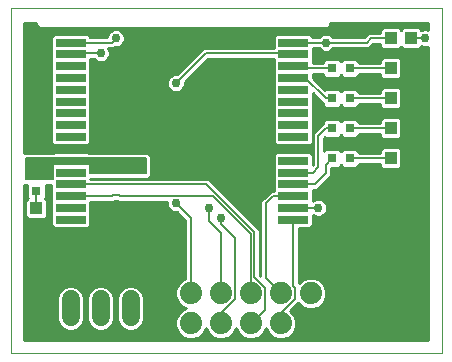
<source format=gtl>
G75*
%MOIN*%
%OFA0B0*%
%FSLAX25Y25*%
%IPPOS*%
%LPD*%
%AMOC8*
5,1,8,0,0,1.08239X$1,22.5*
%
%ADD10C,0.00000*%
%ADD11R,0.10000X0.02559*%
%ADD12R,0.03937X0.04331*%
%ADD13R,0.03150X0.03150*%
%ADD14R,0.04331X0.03937*%
%ADD15C,0.07400*%
%ADD16C,0.06000*%
%ADD17C,0.01000*%
%ADD18C,0.00600*%
%ADD19C,0.02978*%
D10*
X0001500Y0030494D02*
X0001500Y0145455D01*
X0145201Y0145455D01*
X0145201Y0030494D01*
X0001500Y0030494D01*
D11*
X0021500Y0075022D03*
X0021500Y0078959D03*
X0021500Y0082896D03*
X0021500Y0086833D03*
X0021500Y0090770D03*
X0021500Y0094707D03*
X0021500Y0098644D03*
X0021500Y0102581D03*
X0021500Y0106518D03*
X0021500Y0110455D03*
X0021500Y0114392D03*
X0021500Y0118329D03*
X0021500Y0122266D03*
X0021500Y0126203D03*
X0021500Y0130140D03*
X0021500Y0134077D03*
X0021500Y0138014D03*
X0095673Y0138014D03*
X0095673Y0134077D03*
X0095673Y0130140D03*
X0095673Y0126203D03*
X0095673Y0122266D03*
X0095673Y0118329D03*
X0095673Y0114392D03*
X0095673Y0110455D03*
X0095673Y0106518D03*
X0095673Y0102581D03*
X0095673Y0098644D03*
X0095673Y0094707D03*
X0095673Y0090770D03*
X0095673Y0086833D03*
X0095673Y0082896D03*
X0095673Y0078959D03*
X0095673Y0075022D03*
D12*
X0128154Y0095494D03*
X0134846Y0095494D03*
X0134846Y0105494D03*
X0128154Y0105494D03*
X0128154Y0115494D03*
X0134846Y0115494D03*
X0134846Y0125494D03*
X0128154Y0125494D03*
X0128154Y0135494D03*
X0134846Y0135494D03*
D13*
X0114453Y0125494D03*
X0108547Y0125494D03*
X0108547Y0115494D03*
X0114453Y0115494D03*
X0114453Y0105494D03*
X0108547Y0105494D03*
X0108547Y0095494D03*
X0114453Y0095494D03*
X0010000Y0090447D03*
X0010000Y0084542D03*
D14*
X0010000Y0078841D03*
X0010000Y0072148D03*
D15*
X0061500Y0050494D03*
X0061500Y0040494D03*
X0071500Y0040494D03*
X0071500Y0050494D03*
X0081500Y0050494D03*
X0081500Y0040494D03*
X0091500Y0040494D03*
X0091500Y0050494D03*
X0101500Y0050494D03*
X0101500Y0040494D03*
D16*
X0041500Y0042494D02*
X0041500Y0048494D01*
X0031500Y0048494D02*
X0031500Y0042494D01*
X0021500Y0042494D02*
X0021500Y0048494D01*
X0011500Y0048494D02*
X0011500Y0042494D01*
D17*
X0006000Y0042477D02*
X0017000Y0042477D01*
X0017000Y0041599D02*
X0017685Y0039945D01*
X0018951Y0038680D01*
X0020605Y0037994D01*
X0022395Y0037994D01*
X0024049Y0038680D01*
X0025315Y0039945D01*
X0026000Y0041599D01*
X0026000Y0049390D01*
X0025315Y0051044D01*
X0024049Y0052309D01*
X0022395Y0052994D01*
X0020605Y0052994D01*
X0018951Y0052309D01*
X0017685Y0051044D01*
X0017000Y0049390D01*
X0017000Y0041599D01*
X0017050Y0041478D02*
X0006000Y0041478D01*
X0006000Y0040480D02*
X0017464Y0040480D01*
X0018149Y0039481D02*
X0006000Y0039481D01*
X0006000Y0038483D02*
X0019427Y0038483D01*
X0023573Y0038483D02*
X0029427Y0038483D01*
X0028951Y0038680D02*
X0030605Y0037994D01*
X0032395Y0037994D01*
X0034049Y0038680D01*
X0035315Y0039945D01*
X0036000Y0041599D01*
X0036000Y0049390D01*
X0035315Y0051044D01*
X0034049Y0052309D01*
X0032395Y0052994D01*
X0030605Y0052994D01*
X0028951Y0052309D01*
X0027685Y0051044D01*
X0027000Y0049390D01*
X0027000Y0041599D01*
X0027685Y0039945D01*
X0028951Y0038680D01*
X0028149Y0039481D02*
X0024851Y0039481D01*
X0025536Y0040480D02*
X0027464Y0040480D01*
X0027050Y0041478D02*
X0025950Y0041478D01*
X0026000Y0042477D02*
X0027000Y0042477D01*
X0027000Y0043475D02*
X0026000Y0043475D01*
X0026000Y0044474D02*
X0027000Y0044474D01*
X0027000Y0045472D02*
X0026000Y0045472D01*
X0026000Y0046471D02*
X0027000Y0046471D01*
X0027000Y0047469D02*
X0026000Y0047469D01*
X0026000Y0048468D02*
X0027000Y0048468D01*
X0027032Y0049466D02*
X0025968Y0049466D01*
X0025555Y0050465D02*
X0027445Y0050465D01*
X0028105Y0051463D02*
X0024895Y0051463D01*
X0023681Y0052462D02*
X0029319Y0052462D01*
X0033681Y0052462D02*
X0039319Y0052462D01*
X0038951Y0052309D02*
X0037685Y0051044D01*
X0037000Y0049390D01*
X0037000Y0041599D01*
X0037685Y0039945D01*
X0038951Y0038680D01*
X0040605Y0037994D01*
X0042395Y0037994D01*
X0044049Y0038680D01*
X0045315Y0039945D01*
X0046000Y0041599D01*
X0046000Y0049390D01*
X0045315Y0051044D01*
X0044049Y0052309D01*
X0042395Y0052994D01*
X0040605Y0052994D01*
X0038951Y0052309D01*
X0038105Y0051463D02*
X0034895Y0051463D01*
X0035555Y0050465D02*
X0037445Y0050465D01*
X0037032Y0049466D02*
X0035968Y0049466D01*
X0036000Y0048468D02*
X0037000Y0048468D01*
X0037000Y0047469D02*
X0036000Y0047469D01*
X0036000Y0046471D02*
X0037000Y0046471D01*
X0037000Y0045472D02*
X0036000Y0045472D01*
X0036000Y0044474D02*
X0037000Y0044474D01*
X0037000Y0043475D02*
X0036000Y0043475D01*
X0036000Y0042477D02*
X0037000Y0042477D01*
X0037050Y0041478D02*
X0035950Y0041478D01*
X0035536Y0040480D02*
X0037464Y0040480D01*
X0038149Y0039481D02*
X0034851Y0039481D01*
X0033573Y0038483D02*
X0039427Y0038483D01*
X0043573Y0038483D02*
X0056705Y0038483D01*
X0057092Y0037549D02*
X0058554Y0036086D01*
X0060466Y0035294D01*
X0062534Y0035294D01*
X0064446Y0036086D01*
X0065908Y0037549D01*
X0066500Y0038977D01*
X0067092Y0037549D01*
X0068554Y0036086D01*
X0070466Y0035294D01*
X0072534Y0035294D01*
X0074446Y0036086D01*
X0075908Y0037549D01*
X0076500Y0038977D01*
X0077092Y0037549D01*
X0078554Y0036086D01*
X0080466Y0035294D01*
X0082534Y0035294D01*
X0084446Y0036086D01*
X0085908Y0037549D01*
X0086500Y0038977D01*
X0087092Y0037549D01*
X0088554Y0036086D01*
X0090466Y0035294D01*
X0092534Y0035294D01*
X0094446Y0036086D01*
X0095908Y0037549D01*
X0096700Y0039460D01*
X0096700Y0041529D01*
X0095908Y0043440D01*
X0094702Y0044646D01*
X0097349Y0047292D01*
X0098554Y0046086D01*
X0100466Y0045294D01*
X0102534Y0045294D01*
X0104446Y0046086D01*
X0105908Y0047549D01*
X0106700Y0049460D01*
X0106700Y0051529D01*
X0105908Y0053440D01*
X0104446Y0054903D01*
X0102534Y0055694D01*
X0100466Y0055694D01*
X0098554Y0054903D01*
X0097473Y0053822D01*
X0097473Y0072243D01*
X0101295Y0072243D01*
X0102173Y0073121D01*
X0102173Y0076594D01*
X0102307Y0076461D01*
X0103405Y0076006D01*
X0104595Y0076006D01*
X0105693Y0076461D01*
X0106534Y0077301D01*
X0106989Y0078400D01*
X0106989Y0079589D01*
X0106534Y0080688D01*
X0105693Y0081528D01*
X0104595Y0081983D01*
X0103405Y0081983D01*
X0102307Y0081528D01*
X0102173Y0081395D01*
X0102173Y0084797D01*
X0102106Y0084865D01*
X0102173Y0084932D01*
X0102173Y0085033D01*
X0103584Y0085033D01*
X0107246Y0088694D01*
X0108300Y0089749D01*
X0108300Y0092420D01*
X0110743Y0092420D01*
X0111500Y0093176D01*
X0112257Y0092420D01*
X0116649Y0092420D01*
X0117528Y0093298D01*
X0117528Y0093694D01*
X0124685Y0093694D01*
X0124685Y0092708D01*
X0125564Y0091829D01*
X0130743Y0091829D01*
X0131622Y0092708D01*
X0131622Y0098281D01*
X0130743Y0099160D01*
X0125564Y0099160D01*
X0124685Y0098281D01*
X0124685Y0097294D01*
X0117528Y0097294D01*
X0117528Y0097691D01*
X0116649Y0098569D01*
X0112257Y0098569D01*
X0111500Y0097813D01*
X0110743Y0098569D01*
X0106351Y0098569D01*
X0105800Y0098018D01*
X0105800Y0102249D01*
X0106161Y0102610D01*
X0106351Y0102420D01*
X0110743Y0102420D01*
X0111500Y0103176D01*
X0112257Y0102420D01*
X0116649Y0102420D01*
X0117528Y0103298D01*
X0117528Y0103694D01*
X0124685Y0103694D01*
X0124685Y0102708D01*
X0125564Y0101829D01*
X0130743Y0101829D01*
X0131622Y0102708D01*
X0131622Y0108281D01*
X0130743Y0109160D01*
X0125564Y0109160D01*
X0124685Y0108281D01*
X0124685Y0107294D01*
X0117528Y0107294D01*
X0117528Y0107691D01*
X0116649Y0108569D01*
X0112257Y0108569D01*
X0111500Y0107813D01*
X0110743Y0108569D01*
X0106351Y0108569D01*
X0105472Y0107691D01*
X0105472Y0107013D01*
X0104700Y0106240D01*
X0102200Y0103740D01*
X0102200Y0093240D01*
X0102173Y0093213D01*
X0102173Y0096608D01*
X0101295Y0097487D01*
X0090052Y0097487D01*
X0089173Y0096608D01*
X0089173Y0092806D01*
X0089241Y0092739D01*
X0089173Y0092671D01*
X0089173Y0088869D01*
X0089241Y0088802D01*
X0089173Y0088734D01*
X0089173Y0084932D01*
X0089241Y0084865D01*
X0089173Y0084797D01*
X0089173Y0084696D01*
X0088156Y0084696D01*
X0085754Y0082294D01*
X0084700Y0081240D01*
X0084700Y0056345D01*
X0084500Y0056545D01*
X0084500Y0071545D01*
X0067412Y0088633D01*
X0028000Y0088633D01*
X0028000Y0088694D01*
X0047246Y0088694D01*
X0048300Y0089749D01*
X0048300Y0096240D01*
X0047246Y0097294D01*
X0027313Y0097294D01*
X0027121Y0097487D01*
X0015879Y0097487D01*
X0015687Y0097294D01*
X0006000Y0097294D01*
X0006000Y0140494D01*
X0010000Y0140494D01*
X0010000Y0139873D01*
X0010879Y0138994D01*
X0107121Y0138994D01*
X0108000Y0139873D01*
X0108000Y0140494D01*
X0140701Y0140494D01*
X0140701Y0138320D01*
X0140306Y0138483D01*
X0139117Y0138483D01*
X0138315Y0138151D01*
X0138315Y0138281D01*
X0137436Y0139160D01*
X0132257Y0139160D01*
X0131500Y0138403D01*
X0130743Y0139160D01*
X0125564Y0139160D01*
X0124685Y0138281D01*
X0124685Y0137294D01*
X0120754Y0137294D01*
X0119700Y0136240D01*
X0119337Y0135877D01*
X0108927Y0135877D01*
X0108193Y0136611D01*
X0107095Y0137066D01*
X0105905Y0137066D01*
X0104807Y0136611D01*
X0104073Y0135877D01*
X0102173Y0135877D01*
X0102173Y0135978D01*
X0101295Y0136857D01*
X0090052Y0136857D01*
X0089173Y0135978D01*
X0089173Y0132294D01*
X0065754Y0132294D01*
X0064700Y0131240D01*
X0056943Y0123483D01*
X0055905Y0123483D01*
X0054807Y0123028D01*
X0053966Y0122188D01*
X0053511Y0121089D01*
X0053511Y0119900D01*
X0053966Y0118801D01*
X0054807Y0117961D01*
X0055905Y0117506D01*
X0057095Y0117506D01*
X0058193Y0117961D01*
X0059034Y0118801D01*
X0059489Y0119900D01*
X0059489Y0120938D01*
X0067246Y0128694D01*
X0089173Y0128694D01*
X0089173Y0128239D01*
X0089241Y0128172D01*
X0089173Y0128104D01*
X0089173Y0124302D01*
X0089241Y0124235D01*
X0089173Y0124167D01*
X0089173Y0120365D01*
X0089241Y0120298D01*
X0089173Y0120230D01*
X0089173Y0116428D01*
X0089241Y0116361D01*
X0089173Y0116293D01*
X0089173Y0112491D01*
X0089241Y0112424D01*
X0089173Y0112356D01*
X0089173Y0108554D01*
X0089241Y0108487D01*
X0089173Y0108419D01*
X0089173Y0104617D01*
X0089241Y0104550D01*
X0089173Y0104482D01*
X0089173Y0100680D01*
X0090052Y0099802D01*
X0101295Y0099802D01*
X0102173Y0100680D01*
X0102173Y0104482D01*
X0102106Y0104550D01*
X0102173Y0104617D01*
X0102173Y0108419D01*
X0102106Y0108487D01*
X0102173Y0108554D01*
X0102173Y0112356D01*
X0102106Y0112424D01*
X0102173Y0112491D01*
X0102173Y0116293D01*
X0102106Y0116361D01*
X0102173Y0116428D01*
X0102173Y0117276D01*
X0104700Y0114749D01*
X0105472Y0113976D01*
X0105472Y0113298D01*
X0106351Y0112420D01*
X0110743Y0112420D01*
X0111500Y0113176D01*
X0112257Y0112420D01*
X0116649Y0112420D01*
X0117528Y0113298D01*
X0117528Y0113694D01*
X0124685Y0113694D01*
X0124685Y0112708D01*
X0125564Y0111829D01*
X0130743Y0111829D01*
X0131622Y0112708D01*
X0131622Y0118281D01*
X0130743Y0119160D01*
X0125564Y0119160D01*
X0124685Y0118281D01*
X0124685Y0117294D01*
X0117528Y0117294D01*
X0117528Y0117691D01*
X0116649Y0118569D01*
X0112257Y0118569D01*
X0111500Y0117813D01*
X0110743Y0118569D01*
X0106351Y0118569D01*
X0106161Y0118379D01*
X0102173Y0122367D01*
X0102173Y0123694D01*
X0105472Y0123694D01*
X0105472Y0123298D01*
X0106351Y0122420D01*
X0110743Y0122420D01*
X0111500Y0123176D01*
X0112257Y0122420D01*
X0116649Y0122420D01*
X0117528Y0123298D01*
X0117528Y0123694D01*
X0124685Y0123694D01*
X0124685Y0122708D01*
X0125564Y0121829D01*
X0130743Y0121829D01*
X0131622Y0122708D01*
X0131622Y0128281D01*
X0130743Y0129160D01*
X0125564Y0129160D01*
X0124685Y0128281D01*
X0124685Y0127294D01*
X0117528Y0127294D01*
X0117528Y0127691D01*
X0116649Y0128569D01*
X0112257Y0128569D01*
X0111500Y0127813D01*
X0110743Y0128569D01*
X0106351Y0128569D01*
X0105472Y0127691D01*
X0105472Y0127294D01*
X0102173Y0127294D01*
X0102173Y0128104D01*
X0102106Y0128172D01*
X0102173Y0128239D01*
X0102173Y0132041D01*
X0102106Y0132109D01*
X0102173Y0132176D01*
X0102173Y0132277D01*
X0104073Y0132277D01*
X0104807Y0131543D01*
X0105905Y0131088D01*
X0107095Y0131088D01*
X0108193Y0131543D01*
X0108927Y0132277D01*
X0120828Y0132277D01*
X0122246Y0133694D01*
X0124685Y0133694D01*
X0124685Y0132708D01*
X0125564Y0131829D01*
X0130743Y0131829D01*
X0131500Y0132586D01*
X0132257Y0131829D01*
X0137436Y0131829D01*
X0138315Y0132708D01*
X0138315Y0132838D01*
X0139117Y0132506D01*
X0140306Y0132506D01*
X0140701Y0132669D01*
X0140701Y0034994D01*
X0006000Y0034994D01*
X0006000Y0086694D01*
X0006925Y0086694D01*
X0006925Y0082346D01*
X0007087Y0082183D01*
X0006335Y0081431D01*
X0006335Y0076251D01*
X0007213Y0075372D01*
X0012787Y0075372D01*
X0013665Y0076251D01*
X0013665Y0081431D01*
X0012913Y0082183D01*
X0013075Y0082346D01*
X0013075Y0086694D01*
X0015000Y0086694D01*
X0015000Y0084932D01*
X0015068Y0084865D01*
X0015000Y0084797D01*
X0015000Y0080995D01*
X0015068Y0080928D01*
X0015000Y0080860D01*
X0015000Y0077058D01*
X0015068Y0076991D01*
X0015000Y0076923D01*
X0015000Y0073121D01*
X0015879Y0072243D01*
X0027121Y0072243D01*
X0028000Y0073121D01*
X0028000Y0076923D01*
X0027932Y0076991D01*
X0028000Y0077058D01*
X0028000Y0080860D01*
X0027932Y0080928D01*
X0028000Y0080995D01*
X0028000Y0081096D01*
X0035899Y0081096D01*
X0036148Y0081344D01*
X0036852Y0081344D01*
X0037101Y0081096D01*
X0053514Y0081096D01*
X0053511Y0081089D01*
X0053511Y0079900D01*
X0053966Y0078801D01*
X0054807Y0077961D01*
X0055905Y0077506D01*
X0056943Y0077506D01*
X0059700Y0074749D01*
X0059700Y0055377D01*
X0058554Y0054903D01*
X0057092Y0053440D01*
X0056300Y0051529D01*
X0056300Y0049460D01*
X0057092Y0047549D01*
X0058554Y0046086D01*
X0059983Y0045494D01*
X0058554Y0044903D01*
X0057092Y0043440D01*
X0056300Y0041529D01*
X0056300Y0039460D01*
X0057092Y0037549D01*
X0057156Y0037484D02*
X0006000Y0037484D01*
X0006000Y0036486D02*
X0058155Y0036486D01*
X0060001Y0035487D02*
X0006000Y0035487D01*
X0006000Y0043475D02*
X0017000Y0043475D01*
X0017000Y0044474D02*
X0006000Y0044474D01*
X0006000Y0045472D02*
X0017000Y0045472D01*
X0017000Y0046471D02*
X0006000Y0046471D01*
X0006000Y0047469D02*
X0017000Y0047469D01*
X0017000Y0048468D02*
X0006000Y0048468D01*
X0006000Y0049466D02*
X0017032Y0049466D01*
X0017445Y0050465D02*
X0006000Y0050465D01*
X0006000Y0051463D02*
X0018105Y0051463D01*
X0019319Y0052462D02*
X0006000Y0052462D01*
X0006000Y0053460D02*
X0057112Y0053460D01*
X0056686Y0052462D02*
X0043681Y0052462D01*
X0044895Y0051463D02*
X0056300Y0051463D01*
X0056300Y0050465D02*
X0045555Y0050465D01*
X0045968Y0049466D02*
X0056300Y0049466D01*
X0056711Y0048468D02*
X0046000Y0048468D01*
X0046000Y0047469D02*
X0057171Y0047469D01*
X0058170Y0046471D02*
X0046000Y0046471D01*
X0046000Y0045472D02*
X0059929Y0045472D01*
X0058125Y0044474D02*
X0046000Y0044474D01*
X0046000Y0043475D02*
X0057127Y0043475D01*
X0056693Y0042477D02*
X0046000Y0042477D01*
X0045950Y0041478D02*
X0056300Y0041478D01*
X0056300Y0040480D02*
X0045536Y0040480D01*
X0044851Y0039481D02*
X0056300Y0039481D01*
X0062999Y0035487D02*
X0070001Y0035487D01*
X0068155Y0036486D02*
X0064845Y0036486D01*
X0065843Y0037484D02*
X0067156Y0037484D01*
X0066705Y0038483D02*
X0066295Y0038483D01*
X0072999Y0035487D02*
X0080001Y0035487D01*
X0078155Y0036486D02*
X0074845Y0036486D01*
X0075843Y0037484D02*
X0077156Y0037484D01*
X0076705Y0038483D02*
X0076295Y0038483D01*
X0082999Y0035487D02*
X0090001Y0035487D01*
X0088155Y0036486D02*
X0084845Y0036486D01*
X0085843Y0037484D02*
X0087156Y0037484D01*
X0086705Y0038483D02*
X0086295Y0038483D01*
X0092999Y0035487D02*
X0140701Y0035487D01*
X0140701Y0036486D02*
X0094845Y0036486D01*
X0095843Y0037484D02*
X0140701Y0037484D01*
X0140701Y0038483D02*
X0096295Y0038483D01*
X0096700Y0039481D02*
X0140701Y0039481D01*
X0140701Y0040480D02*
X0096700Y0040480D01*
X0096700Y0041478D02*
X0140701Y0041478D01*
X0140701Y0042477D02*
X0096307Y0042477D01*
X0095873Y0043475D02*
X0140701Y0043475D01*
X0140701Y0044474D02*
X0094875Y0044474D01*
X0095529Y0045472D02*
X0100037Y0045472D01*
X0098170Y0046471D02*
X0096527Y0046471D01*
X0102963Y0045472D02*
X0140701Y0045472D01*
X0140701Y0046471D02*
X0104830Y0046471D01*
X0105829Y0047469D02*
X0140701Y0047469D01*
X0140701Y0048468D02*
X0106289Y0048468D01*
X0106700Y0049466D02*
X0140701Y0049466D01*
X0140701Y0050465D02*
X0106700Y0050465D01*
X0106700Y0051463D02*
X0140701Y0051463D01*
X0140701Y0052462D02*
X0106314Y0052462D01*
X0105888Y0053460D02*
X0140701Y0053460D01*
X0140701Y0054459D02*
X0104890Y0054459D01*
X0103107Y0055457D02*
X0140701Y0055457D01*
X0140701Y0056456D02*
X0097473Y0056456D01*
X0097473Y0057454D02*
X0140701Y0057454D01*
X0140701Y0058453D02*
X0097473Y0058453D01*
X0097473Y0059451D02*
X0140701Y0059451D01*
X0140701Y0060450D02*
X0097473Y0060450D01*
X0097473Y0061448D02*
X0140701Y0061448D01*
X0140701Y0062447D02*
X0097473Y0062447D01*
X0097473Y0063445D02*
X0140701Y0063445D01*
X0140701Y0064444D02*
X0097473Y0064444D01*
X0097473Y0065442D02*
X0140701Y0065442D01*
X0140701Y0066441D02*
X0097473Y0066441D01*
X0097473Y0067439D02*
X0140701Y0067439D01*
X0140701Y0068438D02*
X0097473Y0068438D01*
X0097473Y0069436D02*
X0140701Y0069436D01*
X0140701Y0070435D02*
X0097473Y0070435D01*
X0097473Y0071433D02*
X0140701Y0071433D01*
X0140701Y0072432D02*
X0101484Y0072432D01*
X0102173Y0073430D02*
X0140701Y0073430D01*
X0140701Y0074429D02*
X0102173Y0074429D01*
X0102173Y0075427D02*
X0140701Y0075427D01*
X0140701Y0076426D02*
X0105610Y0076426D01*
X0106585Y0077425D02*
X0140701Y0077425D01*
X0140701Y0078423D02*
X0106989Y0078423D01*
X0106989Y0079422D02*
X0140701Y0079422D01*
X0140701Y0080420D02*
X0106645Y0080420D01*
X0105803Y0081419D02*
X0140701Y0081419D01*
X0140701Y0082417D02*
X0102173Y0082417D01*
X0102173Y0081419D02*
X0102197Y0081419D01*
X0102173Y0083416D02*
X0140701Y0083416D01*
X0140701Y0084414D02*
X0102173Y0084414D01*
X0103964Y0085413D02*
X0140701Y0085413D01*
X0140701Y0086411D02*
X0104962Y0086411D01*
X0105961Y0087410D02*
X0140701Y0087410D01*
X0140701Y0088408D02*
X0106959Y0088408D01*
X0107958Y0089407D02*
X0140701Y0089407D01*
X0140701Y0090405D02*
X0108300Y0090405D01*
X0108300Y0091404D02*
X0140701Y0091404D01*
X0140701Y0092402D02*
X0131316Y0092402D01*
X0131622Y0093401D02*
X0140701Y0093401D01*
X0140701Y0094399D02*
X0131622Y0094399D01*
X0131622Y0095398D02*
X0140701Y0095398D01*
X0140701Y0096396D02*
X0131622Y0096396D01*
X0131622Y0097395D02*
X0140701Y0097395D01*
X0140701Y0098393D02*
X0131510Y0098393D01*
X0131302Y0102387D02*
X0140701Y0102387D01*
X0140701Y0101389D02*
X0105800Y0101389D01*
X0105800Y0100390D02*
X0140701Y0100390D01*
X0140701Y0099392D02*
X0105800Y0099392D01*
X0105800Y0098393D02*
X0106175Y0098393D01*
X0102200Y0098393D02*
X0006000Y0098393D01*
X0006000Y0097395D02*
X0015787Y0097395D01*
X0015879Y0099802D02*
X0027121Y0099802D01*
X0028000Y0100680D01*
X0028000Y0104482D01*
X0027932Y0104550D01*
X0028000Y0104617D01*
X0028000Y0108419D01*
X0027932Y0108487D01*
X0028000Y0108554D01*
X0028000Y0112356D01*
X0027932Y0112424D01*
X0028000Y0112491D01*
X0028000Y0116293D01*
X0027932Y0116361D01*
X0028000Y0116428D01*
X0028000Y0120230D01*
X0027932Y0120298D01*
X0028000Y0120365D01*
X0028000Y0124167D01*
X0027932Y0124235D01*
X0028000Y0124302D01*
X0028000Y0128104D01*
X0027932Y0128172D01*
X0028000Y0128239D01*
X0028000Y0128694D01*
X0029073Y0128694D01*
X0029807Y0127961D01*
X0030905Y0127506D01*
X0032095Y0127506D01*
X0033193Y0127961D01*
X0034034Y0128801D01*
X0034489Y0129900D01*
X0034489Y0131089D01*
X0034034Y0132188D01*
X0033944Y0132277D01*
X0035828Y0132277D01*
X0036057Y0132506D01*
X0037095Y0132506D01*
X0038193Y0132961D01*
X0039034Y0133801D01*
X0039489Y0134900D01*
X0039489Y0136089D01*
X0039034Y0137188D01*
X0038193Y0138028D01*
X0037095Y0138483D01*
X0035905Y0138483D01*
X0034807Y0138028D01*
X0033966Y0137188D01*
X0033511Y0136089D01*
X0033511Y0135877D01*
X0028000Y0135877D01*
X0028000Y0135978D01*
X0027121Y0136857D01*
X0015879Y0136857D01*
X0015000Y0135978D01*
X0015000Y0132176D01*
X0015068Y0132109D01*
X0015000Y0132041D01*
X0015000Y0128239D01*
X0015068Y0128172D01*
X0015000Y0128104D01*
X0015000Y0124302D01*
X0015068Y0124235D01*
X0015000Y0124167D01*
X0015000Y0120365D01*
X0015068Y0120298D01*
X0015000Y0120230D01*
X0015000Y0116428D01*
X0015068Y0116361D01*
X0015000Y0116293D01*
X0015000Y0112491D01*
X0015068Y0112424D01*
X0015000Y0112356D01*
X0015000Y0108554D01*
X0015068Y0108487D01*
X0015000Y0108419D01*
X0015000Y0104617D01*
X0015068Y0104550D01*
X0015000Y0104482D01*
X0015000Y0100680D01*
X0015879Y0099802D01*
X0015290Y0100390D02*
X0006000Y0100390D01*
X0006000Y0099392D02*
X0102200Y0099392D01*
X0102200Y0100390D02*
X0101883Y0100390D01*
X0102173Y0101389D02*
X0102200Y0101389D01*
X0102173Y0102387D02*
X0102200Y0102387D01*
X0102173Y0103386D02*
X0102200Y0103386D01*
X0102173Y0104384D02*
X0102844Y0104384D01*
X0102173Y0105383D02*
X0103843Y0105383D01*
X0104841Y0106381D02*
X0102173Y0106381D01*
X0102173Y0107380D02*
X0105472Y0107380D01*
X0106160Y0108378D02*
X0102173Y0108378D01*
X0102173Y0109377D02*
X0140701Y0109377D01*
X0140701Y0110375D02*
X0102173Y0110375D01*
X0102173Y0111374D02*
X0140701Y0111374D01*
X0140701Y0112372D02*
X0131287Y0112372D01*
X0131622Y0113371D02*
X0140701Y0113371D01*
X0140701Y0114369D02*
X0131622Y0114369D01*
X0131622Y0115368D02*
X0140701Y0115368D01*
X0140701Y0116366D02*
X0131622Y0116366D01*
X0131622Y0117365D02*
X0140701Y0117365D01*
X0140701Y0118363D02*
X0131540Y0118363D01*
X0131272Y0122358D02*
X0140701Y0122358D01*
X0140701Y0123356D02*
X0131622Y0123356D01*
X0131622Y0124355D02*
X0140701Y0124355D01*
X0140701Y0125353D02*
X0131622Y0125353D01*
X0131622Y0126352D02*
X0140701Y0126352D01*
X0140701Y0127350D02*
X0131622Y0127350D01*
X0131555Y0128349D02*
X0140701Y0128349D01*
X0140701Y0129347D02*
X0102173Y0129347D01*
X0102173Y0128349D02*
X0106130Y0128349D01*
X0105472Y0127350D02*
X0102173Y0127350D01*
X0102173Y0130346D02*
X0140701Y0130346D01*
X0140701Y0131344D02*
X0107712Y0131344D01*
X0105288Y0131344D02*
X0102173Y0131344D01*
X0101815Y0136337D02*
X0104532Y0136337D01*
X0107459Y0139332D02*
X0140701Y0139332D01*
X0140668Y0138334D02*
X0140701Y0138334D01*
X0140701Y0140331D02*
X0108000Y0140331D01*
X0108468Y0136337D02*
X0119797Y0136337D01*
X0121892Y0133341D02*
X0124685Y0133341D01*
X0125050Y0132343D02*
X0120894Y0132343D01*
X0117528Y0127350D02*
X0124685Y0127350D01*
X0124752Y0128349D02*
X0116870Y0128349D01*
X0117528Y0123356D02*
X0124685Y0123356D01*
X0125035Y0122358D02*
X0102183Y0122358D01*
X0102173Y0123356D02*
X0105472Y0123356D01*
X0103181Y0121359D02*
X0140701Y0121359D01*
X0140701Y0120361D02*
X0104180Y0120361D01*
X0105178Y0119362D02*
X0140701Y0119362D01*
X0140701Y0108378D02*
X0131525Y0108378D01*
X0131622Y0107380D02*
X0140701Y0107380D01*
X0140701Y0106381D02*
X0131622Y0106381D01*
X0131622Y0105383D02*
X0140701Y0105383D01*
X0140701Y0104384D02*
X0131622Y0104384D01*
X0131622Y0103386D02*
X0140701Y0103386D01*
X0125006Y0102387D02*
X0105938Y0102387D01*
X0102200Y0097395D02*
X0101386Y0097395D01*
X0102173Y0096396D02*
X0102200Y0096396D01*
X0102173Y0095398D02*
X0102200Y0095398D01*
X0102173Y0094399D02*
X0102200Y0094399D01*
X0102173Y0093401D02*
X0102200Y0093401D01*
X0108300Y0092402D02*
X0124991Y0092402D01*
X0124685Y0093401D02*
X0117528Y0093401D01*
X0117528Y0097395D02*
X0124685Y0097395D01*
X0124797Y0098393D02*
X0116825Y0098393D01*
X0112081Y0098393D02*
X0110919Y0098393D01*
X0117528Y0103386D02*
X0124685Y0103386D01*
X0124685Y0107380D02*
X0117528Y0107380D01*
X0116840Y0108378D02*
X0124782Y0108378D01*
X0125020Y0112372D02*
X0102157Y0112372D01*
X0102173Y0113371D02*
X0105472Y0113371D01*
X0105079Y0114369D02*
X0102173Y0114369D01*
X0102173Y0115368D02*
X0104081Y0115368D01*
X0103082Y0116366D02*
X0102111Y0116366D01*
X0110949Y0118363D02*
X0112051Y0118363D01*
X0116855Y0118363D02*
X0124767Y0118363D01*
X0124685Y0117365D02*
X0117528Y0117365D01*
X0117528Y0113371D02*
X0124685Y0113371D01*
X0112066Y0108378D02*
X0110934Y0108378D01*
X0110964Y0128349D02*
X0112036Y0128349D01*
X0124685Y0137335D02*
X0038886Y0137335D01*
X0039386Y0136337D02*
X0089532Y0136337D01*
X0089173Y0135338D02*
X0039489Y0135338D01*
X0039257Y0134340D02*
X0089173Y0134340D01*
X0089173Y0133341D02*
X0038574Y0133341D01*
X0035894Y0132343D02*
X0089173Y0132343D01*
X0089173Y0128349D02*
X0066900Y0128349D01*
X0065901Y0127350D02*
X0089173Y0127350D01*
X0089173Y0126352D02*
X0064903Y0126352D01*
X0063904Y0125353D02*
X0089173Y0125353D01*
X0089173Y0124355D02*
X0062906Y0124355D01*
X0061907Y0123356D02*
X0089173Y0123356D01*
X0089173Y0122358D02*
X0060909Y0122358D01*
X0059910Y0121359D02*
X0089173Y0121359D01*
X0089178Y0120361D02*
X0059489Y0120361D01*
X0059266Y0119362D02*
X0089173Y0119362D01*
X0089173Y0118363D02*
X0058596Y0118363D01*
X0054404Y0118363D02*
X0028000Y0118363D01*
X0028000Y0117365D02*
X0089173Y0117365D01*
X0089235Y0116366D02*
X0027938Y0116366D01*
X0028000Y0115368D02*
X0089173Y0115368D01*
X0089173Y0114369D02*
X0028000Y0114369D01*
X0028000Y0113371D02*
X0089173Y0113371D01*
X0089190Y0112372D02*
X0027984Y0112372D01*
X0028000Y0111374D02*
X0089173Y0111374D01*
X0089173Y0110375D02*
X0028000Y0110375D01*
X0028000Y0109377D02*
X0089173Y0109377D01*
X0089173Y0108378D02*
X0028000Y0108378D01*
X0028000Y0107380D02*
X0089173Y0107380D01*
X0089173Y0106381D02*
X0028000Y0106381D01*
X0028000Y0105383D02*
X0089173Y0105383D01*
X0089173Y0104384D02*
X0028000Y0104384D01*
X0028000Y0103386D02*
X0089173Y0103386D01*
X0089173Y0102387D02*
X0028000Y0102387D01*
X0028000Y0101389D02*
X0089173Y0101389D01*
X0089463Y0100390D02*
X0027710Y0100390D01*
X0027213Y0097395D02*
X0089960Y0097395D01*
X0089173Y0096396D02*
X0048144Y0096396D01*
X0048300Y0095398D02*
X0089173Y0095398D01*
X0089173Y0094399D02*
X0048300Y0094399D01*
X0048300Y0093401D02*
X0089173Y0093401D01*
X0089173Y0092402D02*
X0048300Y0092402D01*
X0048300Y0091404D02*
X0089173Y0091404D01*
X0089173Y0090405D02*
X0048300Y0090405D01*
X0047958Y0089407D02*
X0089173Y0089407D01*
X0089173Y0088408D02*
X0067637Y0088408D01*
X0068636Y0087410D02*
X0089173Y0087410D01*
X0089173Y0086411D02*
X0069634Y0086411D01*
X0070633Y0085413D02*
X0089173Y0085413D01*
X0087874Y0084414D02*
X0071631Y0084414D01*
X0072630Y0083416D02*
X0086876Y0083416D01*
X0085877Y0082417D02*
X0073628Y0082417D01*
X0074627Y0081419D02*
X0084878Y0081419D01*
X0084700Y0080420D02*
X0075625Y0080420D01*
X0076624Y0079422D02*
X0084700Y0079422D01*
X0084700Y0078423D02*
X0077622Y0078423D01*
X0078621Y0077425D02*
X0084700Y0077425D01*
X0084700Y0076426D02*
X0079619Y0076426D01*
X0080618Y0075427D02*
X0084700Y0075427D01*
X0084700Y0074429D02*
X0081616Y0074429D01*
X0082615Y0073430D02*
X0084700Y0073430D01*
X0084700Y0072432D02*
X0083613Y0072432D01*
X0084500Y0071433D02*
X0084700Y0071433D01*
X0084700Y0070435D02*
X0084500Y0070435D01*
X0084500Y0069436D02*
X0084700Y0069436D01*
X0084700Y0068438D02*
X0084500Y0068438D01*
X0084500Y0067439D02*
X0084700Y0067439D01*
X0084700Y0066441D02*
X0084500Y0066441D01*
X0084500Y0065442D02*
X0084700Y0065442D01*
X0084700Y0064444D02*
X0084500Y0064444D01*
X0084500Y0063445D02*
X0084700Y0063445D01*
X0084700Y0062447D02*
X0084500Y0062447D01*
X0084500Y0061448D02*
X0084700Y0061448D01*
X0084700Y0060450D02*
X0084500Y0060450D01*
X0084500Y0059451D02*
X0084700Y0059451D01*
X0084700Y0058453D02*
X0084500Y0058453D01*
X0084500Y0057454D02*
X0084700Y0057454D01*
X0084700Y0056456D02*
X0084590Y0056456D01*
X0097473Y0055457D02*
X0099893Y0055457D01*
X0098110Y0054459D02*
X0097473Y0054459D01*
X0102173Y0076426D02*
X0102390Y0076426D01*
X0060810Y0127350D02*
X0028000Y0127350D01*
X0028000Y0126352D02*
X0059812Y0126352D01*
X0058813Y0125353D02*
X0028000Y0125353D01*
X0028000Y0124355D02*
X0057814Y0124355D01*
X0055598Y0123356D02*
X0028000Y0123356D01*
X0028000Y0122358D02*
X0054136Y0122358D01*
X0053623Y0121359D02*
X0028000Y0121359D01*
X0027995Y0120361D02*
X0053511Y0120361D01*
X0053734Y0119362D02*
X0028000Y0119362D01*
X0028000Y0128349D02*
X0029419Y0128349D01*
X0033581Y0128349D02*
X0061809Y0128349D01*
X0062807Y0129347D02*
X0034260Y0129347D01*
X0034489Y0130346D02*
X0063806Y0130346D01*
X0064804Y0131344D02*
X0034383Y0131344D01*
X0033614Y0136337D02*
X0027641Y0136337D01*
X0034114Y0137335D02*
X0006000Y0137335D01*
X0006000Y0136337D02*
X0015359Y0136337D01*
X0015000Y0135338D02*
X0006000Y0135338D01*
X0006000Y0134340D02*
X0015000Y0134340D01*
X0015000Y0133341D02*
X0006000Y0133341D01*
X0006000Y0132343D02*
X0015000Y0132343D01*
X0015000Y0131344D02*
X0006000Y0131344D01*
X0006000Y0130346D02*
X0015000Y0130346D01*
X0015000Y0129347D02*
X0006000Y0129347D01*
X0006000Y0128349D02*
X0015000Y0128349D01*
X0015000Y0127350D02*
X0006000Y0127350D01*
X0006000Y0126352D02*
X0015000Y0126352D01*
X0015000Y0125353D02*
X0006000Y0125353D01*
X0006000Y0124355D02*
X0015000Y0124355D01*
X0015000Y0123356D02*
X0006000Y0123356D01*
X0006000Y0122358D02*
X0015000Y0122358D01*
X0015000Y0121359D02*
X0006000Y0121359D01*
X0006000Y0120361D02*
X0015005Y0120361D01*
X0015000Y0119362D02*
X0006000Y0119362D01*
X0006000Y0118363D02*
X0015000Y0118363D01*
X0015000Y0117365D02*
X0006000Y0117365D01*
X0006000Y0116366D02*
X0015062Y0116366D01*
X0015000Y0115368D02*
X0006000Y0115368D01*
X0006000Y0114369D02*
X0015000Y0114369D01*
X0015000Y0113371D02*
X0006000Y0113371D01*
X0006000Y0112372D02*
X0015016Y0112372D01*
X0015000Y0111374D02*
X0006000Y0111374D01*
X0006000Y0110375D02*
X0015000Y0110375D01*
X0015000Y0109377D02*
X0006000Y0109377D01*
X0006000Y0108378D02*
X0015000Y0108378D01*
X0015000Y0107380D02*
X0006000Y0107380D01*
X0006000Y0106381D02*
X0015000Y0106381D01*
X0015000Y0105383D02*
X0006000Y0105383D01*
X0006000Y0104384D02*
X0015000Y0104384D01*
X0015000Y0103386D02*
X0006000Y0103386D01*
X0006000Y0102387D02*
X0015000Y0102387D01*
X0015000Y0101389D02*
X0006000Y0101389D01*
X0006000Y0086411D02*
X0006925Y0086411D01*
X0006925Y0085413D02*
X0006000Y0085413D01*
X0006000Y0084414D02*
X0006925Y0084414D01*
X0006925Y0083416D02*
X0006000Y0083416D01*
X0006000Y0082417D02*
X0006925Y0082417D01*
X0006335Y0081419D02*
X0006000Y0081419D01*
X0006000Y0080420D02*
X0006335Y0080420D01*
X0006335Y0079422D02*
X0006000Y0079422D01*
X0006000Y0078423D02*
X0006335Y0078423D01*
X0006335Y0077425D02*
X0006000Y0077425D01*
X0006000Y0076426D02*
X0006335Y0076426D01*
X0006000Y0075427D02*
X0007158Y0075427D01*
X0006000Y0074429D02*
X0015000Y0074429D01*
X0015000Y0075427D02*
X0012842Y0075427D01*
X0013665Y0076426D02*
X0015000Y0076426D01*
X0015000Y0077425D02*
X0013665Y0077425D01*
X0013665Y0078423D02*
X0015000Y0078423D01*
X0015000Y0079422D02*
X0013665Y0079422D01*
X0013665Y0080420D02*
X0015000Y0080420D01*
X0015000Y0081419D02*
X0013665Y0081419D01*
X0013075Y0082417D02*
X0015000Y0082417D01*
X0015000Y0083416D02*
X0013075Y0083416D01*
X0013075Y0084414D02*
X0015000Y0084414D01*
X0015000Y0085413D02*
X0013075Y0085413D01*
X0013075Y0086411D02*
X0015000Y0086411D01*
X0015000Y0073430D02*
X0006000Y0073430D01*
X0006000Y0072432D02*
X0015689Y0072432D01*
X0006000Y0071433D02*
X0059700Y0071433D01*
X0059700Y0070435D02*
X0006000Y0070435D01*
X0006000Y0069436D02*
X0059700Y0069436D01*
X0059700Y0068438D02*
X0006000Y0068438D01*
X0006000Y0067439D02*
X0059700Y0067439D01*
X0059700Y0066441D02*
X0006000Y0066441D01*
X0006000Y0065442D02*
X0059700Y0065442D01*
X0059700Y0064444D02*
X0006000Y0064444D01*
X0006000Y0063445D02*
X0059700Y0063445D01*
X0059700Y0062447D02*
X0006000Y0062447D01*
X0006000Y0061448D02*
X0059700Y0061448D01*
X0059700Y0060450D02*
X0006000Y0060450D01*
X0006000Y0059451D02*
X0059700Y0059451D01*
X0059700Y0058453D02*
X0006000Y0058453D01*
X0006000Y0057454D02*
X0059700Y0057454D01*
X0059700Y0056456D02*
X0006000Y0056456D01*
X0006000Y0055457D02*
X0059700Y0055457D01*
X0058110Y0054459D02*
X0006000Y0054459D01*
X0027311Y0072432D02*
X0059700Y0072432D01*
X0059700Y0073430D02*
X0028000Y0073430D01*
X0028000Y0074429D02*
X0059700Y0074429D01*
X0059021Y0075427D02*
X0028000Y0075427D01*
X0028000Y0076426D02*
X0058023Y0076426D01*
X0057024Y0077425D02*
X0028000Y0077425D01*
X0028000Y0078423D02*
X0054344Y0078423D01*
X0053709Y0079422D02*
X0028000Y0079422D01*
X0028000Y0080420D02*
X0053511Y0080420D01*
X0037456Y0138334D02*
X0124738Y0138334D01*
X0131257Y0132343D02*
X0131743Y0132343D01*
X0137950Y0132343D02*
X0140701Y0132343D01*
X0138756Y0138334D02*
X0138262Y0138334D01*
X0035544Y0138334D02*
X0006000Y0138334D01*
X0006000Y0139332D02*
X0010541Y0139332D01*
X0010000Y0140331D02*
X0006000Y0140331D01*
D18*
X0021500Y0134077D02*
X0035083Y0134077D01*
X0036500Y0135494D01*
X0031500Y0130494D02*
X0021854Y0130494D01*
X0021500Y0130140D01*
X0006500Y0095494D02*
X0046500Y0095494D01*
X0046500Y0090494D01*
X0028000Y0090494D01*
X0028000Y0093494D01*
X0015500Y0093494D01*
X0015500Y0088494D01*
X0006500Y0088494D01*
X0006500Y0095494D01*
X0006500Y0095134D02*
X0046500Y0095134D01*
X0046500Y0094535D02*
X0006500Y0094535D01*
X0006500Y0093937D02*
X0046500Y0093937D01*
X0046500Y0093338D02*
X0028000Y0093338D01*
X0028000Y0092740D02*
X0046500Y0092740D01*
X0046500Y0092141D02*
X0028000Y0092141D01*
X0028000Y0091543D02*
X0046500Y0091543D01*
X0046500Y0090944D02*
X0028000Y0090944D01*
X0021500Y0086833D02*
X0066667Y0086833D01*
X0082700Y0070800D01*
X0082700Y0055800D01*
X0086100Y0052400D01*
X0086100Y0045094D01*
X0081500Y0040494D01*
X0076100Y0048589D02*
X0076100Y0068894D01*
X0071500Y0073494D01*
X0071500Y0075494D01*
X0067500Y0074494D02*
X0071500Y0070494D01*
X0071500Y0050494D01*
X0076100Y0048589D02*
X0071500Y0043989D01*
X0071500Y0040494D01*
X0061500Y0050494D02*
X0061500Y0075494D01*
X0056500Y0080494D01*
X0067500Y0078994D02*
X0067500Y0074494D01*
X0068907Y0082896D02*
X0037846Y0082896D01*
X0037598Y0083144D01*
X0035402Y0083144D01*
X0035154Y0082896D01*
X0021500Y0082896D01*
X0015500Y0088550D02*
X0006500Y0088550D01*
X0006500Y0089149D02*
X0015500Y0089149D01*
X0015500Y0089747D02*
X0006500Y0089747D01*
X0006500Y0090346D02*
X0015500Y0090346D01*
X0015500Y0090944D02*
X0006500Y0090944D01*
X0006500Y0091543D02*
X0015500Y0091543D01*
X0015500Y0092141D02*
X0006500Y0092141D01*
X0006500Y0092740D02*
X0015500Y0092740D01*
X0015500Y0093338D02*
X0006500Y0093338D01*
X0010000Y0084542D02*
X0010000Y0078841D01*
X0056500Y0120494D02*
X0066500Y0130494D01*
X0095319Y0130494D01*
X0095673Y0130140D01*
X0095673Y0126203D02*
X0096382Y0125494D01*
X0108547Y0125494D01*
X0114453Y0125494D02*
X0128154Y0125494D01*
X0128154Y0135494D02*
X0121500Y0135494D01*
X0120083Y0134077D01*
X0106500Y0134077D01*
X0095673Y0134077D01*
X0095673Y0122266D02*
X0099728Y0122266D01*
X0106500Y0115494D01*
X0108547Y0115494D01*
X0114453Y0115494D02*
X0128154Y0115494D01*
X0128154Y0105494D02*
X0114453Y0105494D01*
X0108547Y0105494D02*
X0106500Y0105494D01*
X0104000Y0102994D01*
X0104000Y0092494D01*
X0102276Y0090770D01*
X0095673Y0090770D01*
X0095673Y0086833D02*
X0102839Y0086833D01*
X0106500Y0090494D01*
X0106500Y0093447D01*
X0108547Y0095494D01*
X0114453Y0095494D02*
X0128154Y0095494D01*
X0104000Y0078994D02*
X0103965Y0078959D01*
X0095673Y0078959D01*
X0095673Y0075022D02*
X0095673Y0052827D01*
X0096100Y0052400D01*
X0096100Y0048589D01*
X0091500Y0043989D01*
X0091500Y0040494D01*
X0091500Y0050494D02*
X0086500Y0055494D01*
X0086500Y0080494D01*
X0088902Y0082896D01*
X0095673Y0082896D01*
X0081500Y0070303D02*
X0068907Y0082896D01*
X0081500Y0070303D02*
X0081500Y0050494D01*
X0134846Y0135494D02*
X0139712Y0135494D01*
D19*
X0139712Y0135494D03*
X0106500Y0134077D03*
X0104000Y0078994D03*
X0071500Y0075494D03*
X0067500Y0078994D03*
X0056500Y0080494D03*
X0044500Y0093994D03*
X0038000Y0093994D03*
X0033000Y0093994D03*
X0056500Y0120494D03*
X0036500Y0135494D03*
X0031500Y0130494D03*
M02*

</source>
